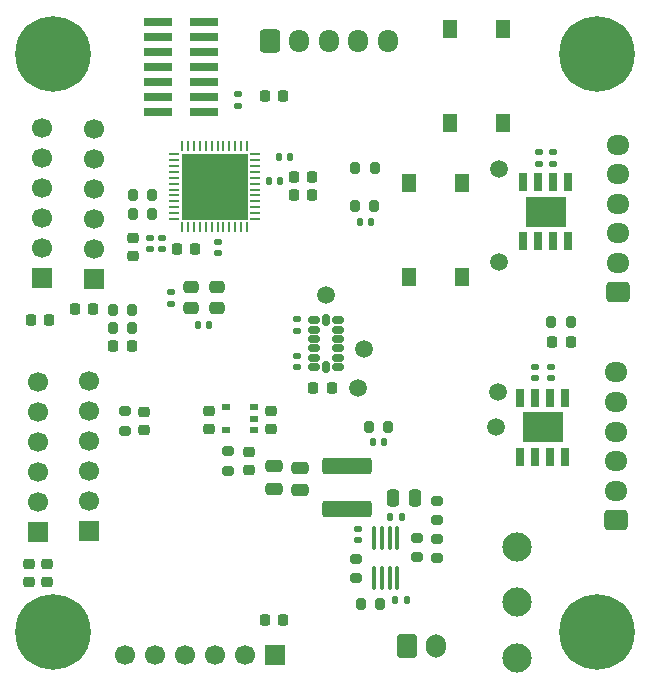
<source format=gbr>
%TF.GenerationSoftware,KiCad,Pcbnew,9.0.2*%
%TF.CreationDate,2025-10-13T17:17:30+02:00*%
%TF.ProjectId,Projet_Robot,50726f6a-6574-45f5-926f-626f742e6b69,rev?*%
%TF.SameCoordinates,Original*%
%TF.FileFunction,Soldermask,Top*%
%TF.FilePolarity,Negative*%
%FSLAX46Y46*%
G04 Gerber Fmt 4.6, Leading zero omitted, Abs format (unit mm)*
G04 Created by KiCad (PCBNEW 9.0.2) date 2025-10-13 17:17:30*
%MOMM*%
%LPD*%
G01*
G04 APERTURE LIST*
G04 Aperture macros list*
%AMRoundRect*
0 Rectangle with rounded corners*
0 $1 Rounding radius*
0 $2 $3 $4 $5 $6 $7 $8 $9 X,Y pos of 4 corners*
0 Add a 4 corners polygon primitive as box body*
4,1,4,$2,$3,$4,$5,$6,$7,$8,$9,$2,$3,0*
0 Add four circle primitives for the rounded corners*
1,1,$1+$1,$2,$3*
1,1,$1+$1,$4,$5*
1,1,$1+$1,$6,$7*
1,1,$1+$1,$8,$9*
0 Add four rect primitives between the rounded corners*
20,1,$1+$1,$2,$3,$4,$5,0*
20,1,$1+$1,$4,$5,$6,$7,0*
20,1,$1+$1,$6,$7,$8,$9,0*
20,1,$1+$1,$8,$9,$2,$3,0*%
G04 Aperture macros list end*
%ADD10C,1.500000*%
%ADD11O,1.950000X1.700000*%
%ADD12RoundRect,0.250000X0.725000X-0.600000X0.725000X0.600000X-0.725000X0.600000X-0.725000X-0.600000X0*%
%ADD13R,2.400000X0.740000*%
%ADD14R,5.600000X5.600000*%
%ADD15RoundRect,0.062500X0.375000X-0.062500X0.375000X0.062500X-0.375000X0.062500X-0.375000X-0.062500X0*%
%ADD16RoundRect,0.062500X0.062500X-0.375000X0.062500X0.375000X-0.062500X0.375000X-0.062500X-0.375000X0*%
%ADD17RoundRect,0.225000X0.225000X0.250000X-0.225000X0.250000X-0.225000X-0.250000X0.225000X-0.250000X0*%
%ADD18R,0.802000X1.505000*%
%ADD19R,3.502000X2.613000*%
%ADD20R,1.700000X1.700000*%
%ADD21C,1.700000*%
%ADD22RoundRect,0.200000X-0.200000X-0.275000X0.200000X-0.275000X0.200000X0.275000X-0.200000X0.275000X0*%
%ADD23C,0.800000*%
%ADD24C,6.400000*%
%ADD25RoundRect,0.250000X-0.400000X-0.250000X0.400000X-0.250000X0.400000X0.250000X-0.400000X0.250000X0*%
%ADD26RoundRect,0.140000X0.170000X-0.140000X0.170000X0.140000X-0.170000X0.140000X-0.170000X-0.140000X0*%
%ADD27RoundRect,0.140000X-0.170000X0.140000X-0.170000X-0.140000X0.170000X-0.140000X0.170000X0.140000X0*%
%ADD28RoundRect,0.225000X-0.250000X0.225000X-0.250000X-0.225000X0.250000X-0.225000X0.250000X0.225000X0*%
%ADD29RoundRect,0.218750X0.256250X-0.218750X0.256250X0.218750X-0.256250X0.218750X-0.256250X-0.218750X0*%
%ADD30C,2.480000*%
%ADD31R,1.300000X1.550000*%
%ADD32RoundRect,0.200000X0.200000X0.275000X-0.200000X0.275000X-0.200000X-0.275000X0.200000X-0.275000X0*%
%ADD33RoundRect,0.100000X-0.100000X0.900000X-0.100000X-0.900000X0.100000X-0.900000X0.100000X0.900000X0*%
%ADD34RoundRect,0.140000X0.140000X0.170000X-0.140000X0.170000X-0.140000X-0.170000X0.140000X-0.170000X0*%
%ADD35RoundRect,0.249999X1.850001X-0.450001X1.850001X0.450001X-1.850001X0.450001X-1.850001X-0.450001X0*%
%ADD36RoundRect,0.200000X0.275000X-0.200000X0.275000X0.200000X-0.275000X0.200000X-0.275000X-0.200000X0*%
%ADD37RoundRect,0.218750X0.218750X0.256250X-0.218750X0.256250X-0.218750X-0.256250X0.218750X-0.256250X0*%
%ADD38RoundRect,0.225000X-0.225000X-0.250000X0.225000X-0.250000X0.225000X0.250000X-0.225000X0.250000X0*%
%ADD39RoundRect,0.150000X-0.325000X-0.150000X0.325000X-0.150000X0.325000X0.150000X-0.325000X0.150000X0*%
%ADD40RoundRect,0.150000X-0.150000X-0.325000X0.150000X-0.325000X0.150000X0.325000X-0.150000X0.325000X0*%
%ADD41RoundRect,0.225000X0.250000X-0.225000X0.250000X0.225000X-0.250000X0.225000X-0.250000X-0.225000X0*%
%ADD42RoundRect,0.140000X-0.140000X-0.170000X0.140000X-0.170000X0.140000X0.170000X-0.140000X0.170000X0*%
%ADD43RoundRect,0.250000X-0.250000X-0.475000X0.250000X-0.475000X0.250000X0.475000X-0.250000X0.475000X0*%
%ADD44RoundRect,0.218750X-0.218750X-0.256250X0.218750X-0.256250X0.218750X0.256250X-0.218750X0.256250X0*%
%ADD45R,0.700000X0.510000*%
%ADD46RoundRect,0.200000X-0.275000X0.200000X-0.275000X-0.200000X0.275000X-0.200000X0.275000X0.200000X0*%
%ADD47RoundRect,0.250000X-0.475000X0.250000X-0.475000X-0.250000X0.475000X-0.250000X0.475000X0.250000X0*%
%ADD48RoundRect,0.250000X-0.600000X-0.725000X0.600000X-0.725000X0.600000X0.725000X-0.600000X0.725000X0*%
%ADD49O,1.700000X1.950000*%
%ADD50RoundRect,0.250000X-0.600000X-0.750000X0.600000X-0.750000X0.600000X0.750000X-0.600000X0.750000X0*%
%ADD51O,1.700000X2.000000*%
G04 APERTURE END LIST*
D10*
%TO.C,TP2*%
X174500000Y-102600000D03*
%TD*%
D11*
%TO.C,Motor2*%
X184810000Y-78730000D03*
X184810000Y-81230000D03*
X184810000Y-83730000D03*
X184810000Y-86230000D03*
X184810000Y-88730000D03*
D12*
X184810000Y-91230000D03*
%TD*%
D13*
%TO.C,J11*%
X149790000Y-75910000D03*
X145890000Y-75910000D03*
X149790000Y-74640000D03*
X145890000Y-74640000D03*
X149790000Y-73370000D03*
X145890000Y-73370000D03*
X149790000Y-72100000D03*
X145890000Y-72100000D03*
X149790000Y-70830000D03*
X145890000Y-70830000D03*
X149790000Y-69560000D03*
X145890000Y-69560000D03*
X149790000Y-68290000D03*
X145890000Y-68290000D03*
%TD*%
D10*
%TO.C,TP6*%
X160080000Y-91470000D03*
%TD*%
D14*
%TO.C,U1*%
X150660000Y-82260000D03*
D15*
X147222500Y-85010000D03*
X147222500Y-84510000D03*
X147222500Y-84010000D03*
X147222500Y-83510000D03*
X147222500Y-83010000D03*
X147222500Y-82510000D03*
X147222500Y-82010000D03*
X147222500Y-81510000D03*
X147222500Y-81010000D03*
X147222500Y-80510000D03*
X147222500Y-80010000D03*
X147222500Y-79510000D03*
D16*
X147910000Y-78822500D03*
X148410000Y-78822500D03*
X148910000Y-78822500D03*
X149410000Y-78822500D03*
X149910000Y-78822500D03*
X150410000Y-78822500D03*
X150910000Y-78822500D03*
X151410000Y-78822500D03*
X151910000Y-78822500D03*
X152410000Y-78822500D03*
X152910000Y-78822500D03*
X153410000Y-78822500D03*
D15*
X154097500Y-79510000D03*
X154097500Y-80010000D03*
X154097500Y-80510000D03*
X154097500Y-81010000D03*
X154097500Y-81510000D03*
X154097500Y-82010000D03*
X154097500Y-82510000D03*
X154097500Y-83010000D03*
X154097500Y-83510000D03*
X154097500Y-84010000D03*
X154097500Y-84510000D03*
X154097500Y-85010000D03*
D16*
X153410000Y-85697500D03*
X152910000Y-85697500D03*
X152410000Y-85697500D03*
X151910000Y-85697500D03*
X151410000Y-85697500D03*
X150910000Y-85697500D03*
X150410000Y-85697500D03*
X149910000Y-85697500D03*
X149410000Y-85697500D03*
X148910000Y-85697500D03*
X148410000Y-85697500D03*
X147910000Y-85697500D03*
%TD*%
D17*
%TO.C,C8*%
X158925000Y-82975000D03*
X157375000Y-82975000D03*
%TD*%
D18*
%TO.C,M1*%
X180357500Y-100122500D03*
X179087500Y-100122500D03*
X177817500Y-100122500D03*
X176547500Y-100122500D03*
X176547500Y-105117500D03*
X177817500Y-105117500D03*
X179087500Y-105117500D03*
X180357500Y-105117500D03*
D19*
X178452500Y-102620000D03*
%TD*%
D10*
%TO.C,TP1*%
X174620000Y-99630000D03*
%TD*%
D20*
%TO.C,TOF3*%
X140410000Y-90100000D03*
D21*
X140410000Y-87560000D03*
X140410000Y-85020000D03*
X140410000Y-82480000D03*
X140410000Y-79940000D03*
X140410000Y-77400000D03*
%TD*%
D20*
%TO.C,TOF1*%
X136020000Y-90000000D03*
D21*
X136020000Y-87460000D03*
X136020000Y-84920000D03*
X136020000Y-82380000D03*
X136020000Y-79840000D03*
X136020000Y-77300000D03*
%TD*%
D22*
%TO.C,R14*%
X142057500Y-94245000D03*
X143707500Y-94245000D03*
%TD*%
D23*
%TO.C,H1*%
X134600000Y-71000000D03*
X135302944Y-69302944D03*
X135302944Y-72697056D03*
X137000000Y-68600000D03*
D24*
X137000000Y-71000000D03*
D23*
X137000000Y-73400000D03*
X138697056Y-69302944D03*
X138697056Y-72697056D03*
X139400000Y-71000000D03*
%TD*%
D25*
%TO.C,Y1*%
X148700000Y-92530000D03*
X150900000Y-92530000D03*
X150900000Y-90730000D03*
X148700000Y-90730000D03*
%TD*%
D26*
%TO.C,C23*%
X177810000Y-98500000D03*
X177810000Y-97540000D03*
%TD*%
%TO.C,C22*%
X179350000Y-80310000D03*
X179350000Y-79350000D03*
%TD*%
D27*
%TO.C,C24*%
X179110000Y-97540000D03*
X179110000Y-98500000D03*
%TD*%
D28*
%TO.C,C30*%
X134940000Y-114180000D03*
X134940000Y-115730000D03*
%TD*%
D29*
%TO.C,D3*%
X153600000Y-106287500D03*
X153600000Y-104712500D03*
%TD*%
D26*
%TO.C,C6*%
X145180000Y-87540000D03*
X145180000Y-86580000D03*
%TD*%
D30*
%TO.C,S1*%
X176230000Y-122170000D03*
X176230000Y-117470000D03*
X176230000Y-112770000D03*
%TD*%
D31*
%TO.C,SW1*%
X170590000Y-76860000D03*
X175090000Y-76860000D03*
X170590000Y-68910000D03*
X175090000Y-68910000D03*
%TD*%
D32*
%TO.C,R13*%
X165345000Y-102600000D03*
X163695000Y-102600000D03*
%TD*%
D29*
%TO.C,D1*%
X144690000Y-102895000D03*
X144690000Y-101320000D03*
%TD*%
D31*
%TO.C,ch/sou1*%
X167100000Y-89925000D03*
X171600000Y-89925000D03*
X167100000Y-81975000D03*
X171600000Y-81975000D03*
%TD*%
D33*
%TO.C,IC2*%
X166120000Y-111980000D03*
X165480000Y-111980000D03*
X164820000Y-111980000D03*
X164180000Y-111980000D03*
X164180000Y-115400000D03*
X164820000Y-115400000D03*
X165480000Y-115400000D03*
X166120000Y-115400000D03*
%TD*%
D34*
%TO.C,C33*%
X157080000Y-79725000D03*
X156120000Y-79725000D03*
%TD*%
D35*
%TO.C,L2*%
X161830000Y-109580000D03*
X161830000Y-105880000D03*
%TD*%
D20*
%TO.C,TOF4*%
X140010000Y-111400000D03*
D21*
X140010000Y-108860000D03*
X140010000Y-106320000D03*
X140010000Y-103780000D03*
X140010000Y-101240000D03*
X140010000Y-98700000D03*
%TD*%
D20*
%TO.C,TOF2*%
X135690000Y-111470000D03*
D21*
X135690000Y-108930000D03*
X135690000Y-106390000D03*
X135690000Y-103850000D03*
X135690000Y-101310000D03*
X135690000Y-98770000D03*
%TD*%
D36*
%TO.C,R12*%
X169520000Y-110525000D03*
X169520000Y-108875000D03*
%TD*%
%TO.C,R9*%
X167820000Y-113625000D03*
X167820000Y-111975000D03*
%TD*%
D22*
%TO.C,R1*%
X143725000Y-84570000D03*
X145375000Y-84570000D03*
%TD*%
D37*
%TO.C,L1*%
X158935000Y-81440000D03*
X157360000Y-81440000D03*
%TD*%
D22*
%TO.C,R17*%
X162570000Y-80660000D03*
X164220000Y-80660000D03*
%TD*%
D38*
%TO.C,C26*%
X154885000Y-74620000D03*
X156435000Y-74620000D03*
%TD*%
D34*
%TO.C,C19*%
X165015000Y-103900000D03*
X164055000Y-103900000D03*
%TD*%
D23*
%TO.C,H3*%
X134600000Y-120000000D03*
X135302944Y-118302944D03*
X135302944Y-121697056D03*
X137000000Y-117600000D03*
D24*
X137000000Y-120000000D03*
D23*
X137000000Y-122400000D03*
X138697056Y-118302944D03*
X138697056Y-121697056D03*
X139400000Y-120000000D03*
%TD*%
D27*
%TO.C,C11*%
X157600000Y-96620000D03*
X157600000Y-97580000D03*
%TD*%
D17*
%TO.C,C29*%
X140395000Y-92660000D03*
X138845000Y-92660000D03*
%TD*%
D28*
%TO.C,C13*%
X150200000Y-101225000D03*
X150200000Y-102775000D03*
%TD*%
D36*
%TO.C,R11*%
X169520000Y-113725000D03*
X169520000Y-112075000D03*
%TD*%
D39*
%TO.C,IC1*%
X159090000Y-93570000D03*
X159090000Y-94370000D03*
X159090000Y-95170000D03*
X159090000Y-95970000D03*
X159090000Y-96770000D03*
X159090000Y-97570000D03*
D40*
X160090000Y-97570000D03*
D39*
X161090000Y-97570000D03*
X161090000Y-96770000D03*
X161090000Y-95970000D03*
X161090000Y-95170000D03*
X161090000Y-94370000D03*
X161090000Y-93570000D03*
D40*
X160090000Y-93570000D03*
%TD*%
D26*
%TO.C,C21*%
X146220000Y-87540000D03*
X146220000Y-86580000D03*
%TD*%
D41*
%TO.C,C2*%
X143780000Y-88175000D03*
X143780000Y-86625000D03*
%TD*%
D18*
%TO.C,M2*%
X180607500Y-81902500D03*
X179337500Y-81902500D03*
X178067500Y-81902500D03*
X176797500Y-81902500D03*
X176797500Y-86897500D03*
X178067500Y-86897500D03*
X179337500Y-86897500D03*
X180607500Y-86897500D03*
D19*
X178702500Y-84400000D03*
%TD*%
D23*
%TO.C,H2*%
X180600000Y-71000000D03*
X181302944Y-69302944D03*
X181302944Y-72697056D03*
X183000000Y-68600000D03*
D24*
X183000000Y-71000000D03*
D23*
X183000000Y-73400000D03*
X184697056Y-69302944D03*
X184697056Y-72697056D03*
X185400000Y-71000000D03*
%TD*%
D17*
%TO.C,C10*%
X160575000Y-99300000D03*
X159025000Y-99300000D03*
%TD*%
D27*
%TO.C,C25*%
X178100000Y-79370000D03*
X178100000Y-80330000D03*
%TD*%
D42*
%TO.C,C16*%
X165970000Y-117290000D03*
X166930000Y-117290000D03*
%TD*%
D43*
%TO.C,C14*%
X165750000Y-108600000D03*
X167650000Y-108600000D03*
%TD*%
D42*
%TO.C,C32*%
X162975000Y-85300000D03*
X163935000Y-85300000D03*
%TD*%
D22*
%TO.C,R4*%
X142050000Y-92720000D03*
X143700000Y-92720000D03*
%TD*%
D23*
%TO.C,H4*%
X180600000Y-120000000D03*
X181302944Y-118302944D03*
X181302944Y-121697056D03*
X183000000Y-117600000D03*
D24*
X183000000Y-120000000D03*
D23*
X183000000Y-122400000D03*
X184697056Y-118302944D03*
X184697056Y-121697056D03*
X185400000Y-120000000D03*
%TD*%
D44*
%TO.C,D2*%
X147445000Y-87530000D03*
X149020000Y-87530000D03*
%TD*%
D36*
%TO.C,R10*%
X162620000Y-115425000D03*
X162620000Y-113775000D03*
%TD*%
D22*
%TO.C,R6*%
X179180000Y-93750000D03*
X180830000Y-93750000D03*
%TD*%
D45*
%TO.C,PS1*%
X153960000Y-102850000D03*
X153960000Y-101900000D03*
X153960000Y-100950000D03*
X151640000Y-100950000D03*
X151640000Y-102850000D03*
%TD*%
D26*
%TO.C,C7*%
X152675000Y-75405000D03*
X152675000Y-74445000D03*
%TD*%
D10*
%TO.C,TP3*%
X174760000Y-80740000D03*
%TD*%
D34*
%TO.C,C5*%
X156200000Y-81760000D03*
X155240000Y-81760000D03*
%TD*%
D22*
%TO.C,R2*%
X143715000Y-82970000D03*
X145365000Y-82970000D03*
%TD*%
D38*
%TO.C,C31*%
X154940000Y-118930000D03*
X156490000Y-118930000D03*
%TD*%
D22*
%TO.C,R20*%
X162525000Y-83875000D03*
X164175000Y-83875000D03*
%TD*%
D10*
%TO.C,TP_PWM_1_2*%
X174730000Y-88650000D03*
%TD*%
D46*
%TO.C,R5*%
X151800000Y-104675000D03*
X151800000Y-106325000D03*
%TD*%
D47*
%TO.C,C20*%
X155720000Y-105950000D03*
X155720000Y-107850000D03*
%TD*%
D37*
%TO.C,D4*%
X180810000Y-95455000D03*
X179235000Y-95455000D03*
%TD*%
D41*
%TO.C,C12*%
X155400000Y-102775000D03*
X155400000Y-101225000D03*
%TD*%
D26*
%TO.C,C17*%
X162820000Y-112180000D03*
X162820000Y-111220000D03*
%TD*%
D38*
%TO.C,C27*%
X135075000Y-93580000D03*
X136625000Y-93580000D03*
%TD*%
D28*
%TO.C,C28*%
X136450000Y-114215000D03*
X136450000Y-115765000D03*
%TD*%
D12*
%TO.C,Motor1*%
X184670000Y-110500000D03*
D11*
X184670000Y-108000000D03*
X184670000Y-105500000D03*
X184670000Y-103000000D03*
X184670000Y-100500000D03*
X184670000Y-98000000D03*
%TD*%
D47*
%TO.C,C18*%
X157920000Y-106050000D03*
X157920000Y-107950000D03*
%TD*%
D42*
%TO.C,C15*%
X165540000Y-110200000D03*
X166500000Y-110200000D03*
%TD*%
D34*
%TO.C,C4*%
X150180000Y-94000000D03*
X149220000Y-94000000D03*
%TD*%
D26*
%TO.C,C9*%
X157670000Y-94450000D03*
X157670000Y-93490000D03*
%TD*%
D22*
%TO.C,R7*%
X163025000Y-117590000D03*
X164675000Y-117590000D03*
%TD*%
D27*
%TO.C,C3*%
X147000000Y-91230000D03*
X147000000Y-92190000D03*
%TD*%
D48*
%TO.C,Lidar1*%
X155330000Y-69930000D03*
D49*
X157830000Y-69930000D03*
X160330000Y-69930000D03*
X162830000Y-69930000D03*
X165330000Y-69930000D03*
%TD*%
D37*
%TO.C,D5*%
X143670000Y-95780000D03*
X142095000Y-95780000D03*
%TD*%
D46*
%TO.C,R3*%
X143100000Y-101275000D03*
X143100000Y-102925000D03*
%TD*%
D27*
%TO.C,C1*%
X150940000Y-86920000D03*
X150940000Y-87880000D03*
%TD*%
D50*
%TO.C,J1*%
X166930000Y-121200000D03*
D51*
X169430000Y-121200000D03*
%TD*%
D20*
%TO.C,Bluetooth1*%
X155760000Y-121900000D03*
D21*
X153220000Y-121900000D03*
X150680000Y-121900000D03*
X148140000Y-121900000D03*
X145600000Y-121900000D03*
X143060000Y-121900000D03*
%TD*%
D10*
%TO.C,TP7*%
X163325000Y-96000000D03*
%TD*%
%TO.C,TP8*%
X162800000Y-99280000D03*
%TD*%
M02*

</source>
